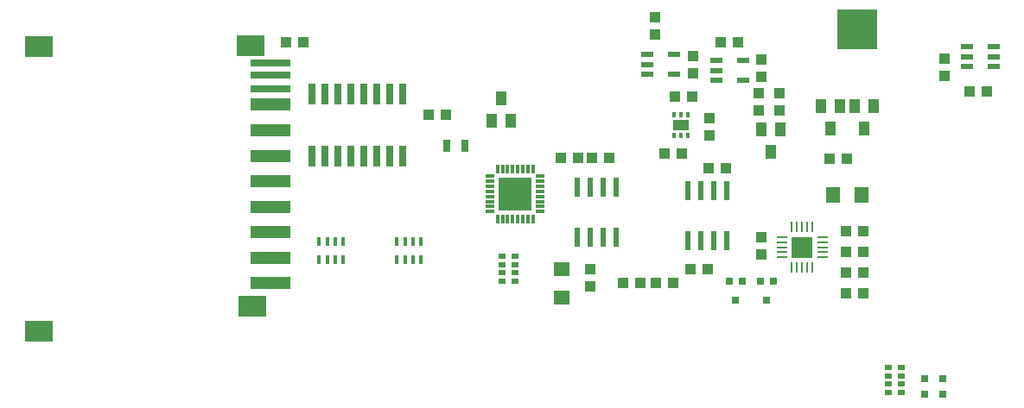
<source format=gtp>
G75*
%MOIN*%
%OFA0B0*%
%FSLAX24Y24*%
%IPPOS*%
%LPD*%
%AMOC8*
5,1,8,0,0,1.08239X$1,22.5*
%
%ADD10R,0.0433X0.0394*%
%ADD11R,0.0315X0.0472*%
%ADD12R,0.0260X0.0800*%
%ADD13R,0.0472X0.0217*%
%ADD14R,0.1102X0.0787*%
%ADD15R,0.1575X0.0276*%
%ADD16R,0.1575X0.0472*%
%ADD17R,0.1560X0.1560*%
%ADD18R,0.0394X0.0433*%
%ADD19R,0.0394X0.0551*%
%ADD20R,0.0480X0.0245*%
%ADD21R,0.0160X0.0320*%
%ADD22R,0.0551X0.0630*%
%ADD23R,0.0315X0.0315*%
%ADD24R,0.0276X0.0276*%
%ADD25R,0.0256X0.0197*%
%ADD26R,0.0140X0.0240*%
%ADD27R,0.0630X0.0390*%
%ADD28R,0.0210X0.0780*%
%ADD29R,0.0098X0.0394*%
%ADD30R,0.0394X0.0098*%
%ADD31R,0.0787X0.0787*%
%ADD32R,0.0630X0.0551*%
%ADD33R,0.0320X0.0120*%
%ADD34R,0.0120X0.0320*%
%ADD35R,0.1280X0.1280*%
D10*
X021995Y010480D03*
X022665Y010480D03*
X023195Y010480D03*
X023865Y010480D03*
X025995Y010630D03*
X026665Y010630D03*
X027695Y010080D03*
X028365Y010080D03*
X032345Y010430D03*
X033015Y010430D03*
X030430Y012295D03*
X029630Y012295D03*
X029630Y012965D03*
X030430Y012965D03*
X027065Y012830D03*
X026395Y012830D03*
X028145Y014930D03*
X028815Y014930D03*
X036780Y014315D03*
X036780Y013645D03*
X037745Y013030D03*
X038415Y013030D03*
X033665Y006830D03*
X032995Y006830D03*
X032995Y005230D03*
X033665Y005230D03*
X027665Y006180D03*
X026995Y006180D03*
X026315Y005630D03*
X025645Y005630D03*
X017565Y012130D03*
X016895Y012130D03*
D11*
X017576Y010930D03*
X018284Y010930D03*
D12*
X015880Y010520D03*
X015380Y010520D03*
X014880Y010520D03*
X014380Y010520D03*
X013880Y010520D03*
X013380Y010520D03*
X012880Y010520D03*
X012380Y010520D03*
X012380Y012940D03*
X012880Y012940D03*
X013380Y012940D03*
X013880Y012940D03*
X014380Y012940D03*
X014880Y012940D03*
X015380Y012940D03*
X015880Y012940D03*
D13*
X025318Y013706D03*
X025318Y014080D03*
X025318Y014454D03*
X026342Y014454D03*
X026342Y013706D03*
X027983Y013850D03*
X027983Y013476D03*
X029007Y013476D03*
X029007Y014224D03*
X027983Y014224D03*
D14*
X001847Y003779D03*
X010076Y004724D03*
X001847Y014763D03*
X010036Y014802D03*
D15*
X010784Y014133D03*
X010784Y013661D03*
X010784Y013149D03*
D16*
X010784Y012519D03*
X010784Y011535D03*
X010784Y010550D03*
X010784Y009566D03*
X010784Y008582D03*
X010784Y007598D03*
X010784Y006613D03*
X010784Y005629D03*
D17*
X033430Y015430D03*
D18*
X029730Y014265D03*
X029730Y013595D03*
X027080Y013745D03*
X027080Y014415D03*
X025630Y015245D03*
X025630Y015915D03*
X027730Y012015D03*
X027730Y011345D03*
X032995Y007630D03*
X033665Y007630D03*
X033665Y006030D03*
X032995Y006030D03*
X029730Y006745D03*
X029730Y007415D03*
X025065Y005630D03*
X024395Y005630D03*
X023130Y005495D03*
X023130Y006165D03*
X012065Y014930D03*
X011395Y014930D03*
D19*
X019306Y011897D03*
X020054Y011897D03*
X019680Y012763D03*
X029706Y011563D03*
X030454Y011563D03*
X030080Y010697D03*
X032380Y011597D03*
X033680Y011597D03*
X033306Y012463D03*
X032754Y012463D03*
X032006Y012463D03*
X034054Y012463D03*
D20*
X037664Y014006D03*
X037664Y014380D03*
X037664Y014754D03*
X038696Y014754D03*
X038696Y014380D03*
X038696Y014006D03*
D21*
X016602Y007234D03*
X016287Y007234D03*
X015973Y007234D03*
X015658Y007234D03*
X015658Y006526D03*
X015973Y006526D03*
X016287Y006526D03*
X016602Y006526D03*
X013602Y006526D03*
X013287Y006526D03*
X012973Y006526D03*
X012658Y006526D03*
X012658Y007234D03*
X012973Y007234D03*
X013287Y007234D03*
X013602Y007234D03*
D22*
X032479Y009030D03*
X033581Y009030D03*
D23*
X036030Y001925D03*
X036730Y001925D03*
X036730Y001335D03*
X036030Y001335D03*
D24*
X029930Y004966D03*
X028730Y004966D03*
X028474Y005694D03*
X028986Y005694D03*
X029674Y005694D03*
X030186Y005694D03*
D25*
X034634Y002352D03*
X034634Y002037D03*
X035126Y002037D03*
X035126Y002352D03*
X035126Y001723D03*
X034634Y001723D03*
X034634Y001408D03*
X035126Y001408D03*
X020226Y005708D03*
X019734Y005708D03*
X019734Y006023D03*
X019734Y006337D03*
X020226Y006337D03*
X020226Y006023D03*
X020226Y006652D03*
X019734Y006652D03*
D26*
X026370Y011320D03*
X026630Y011320D03*
X026890Y011320D03*
X026890Y012140D03*
X026630Y012140D03*
X026370Y012140D03*
D27*
X026630Y011730D03*
D28*
X024130Y009350D03*
X023630Y009350D03*
X023130Y009350D03*
X022630Y009350D03*
X026880Y009200D03*
X027380Y009200D03*
X027880Y009200D03*
X028380Y009200D03*
X024130Y007410D03*
X023630Y007410D03*
X023130Y007410D03*
X022630Y007410D03*
X026880Y007260D03*
X027380Y007260D03*
X027880Y007260D03*
X028380Y007260D03*
D29*
X030899Y007805D03*
X031096Y007805D03*
X031293Y007805D03*
X031489Y007805D03*
X031686Y007805D03*
X031686Y006230D03*
X031489Y006230D03*
X031293Y006230D03*
X031096Y006230D03*
X030899Y006230D03*
D30*
X030505Y006624D03*
X030505Y006821D03*
X030505Y007017D03*
X030505Y007214D03*
X030505Y007411D03*
X032080Y007411D03*
X032080Y007214D03*
X032080Y007017D03*
X032080Y006821D03*
X032080Y006624D03*
D31*
X031293Y007017D03*
D32*
X022030Y006181D03*
X022030Y005079D03*
D33*
X021200Y008390D03*
X021200Y008590D03*
X021200Y008780D03*
X021200Y008980D03*
X021200Y009180D03*
X021200Y009380D03*
X021200Y009570D03*
X021200Y009770D03*
X019260Y009770D03*
X019260Y009570D03*
X019260Y009380D03*
X019260Y009180D03*
X019260Y008980D03*
X019260Y008780D03*
X019260Y008590D03*
X019260Y008390D03*
D34*
X019540Y008110D03*
X019740Y008110D03*
X019930Y008110D03*
X020130Y008110D03*
X020330Y008110D03*
X020530Y008110D03*
X020720Y008110D03*
X020920Y008110D03*
X020920Y010050D03*
X020720Y010050D03*
X020530Y010050D03*
X020330Y010050D03*
X020130Y010050D03*
X019930Y010050D03*
X019740Y010050D03*
X019540Y010050D03*
D35*
X020230Y009080D03*
M02*

</source>
